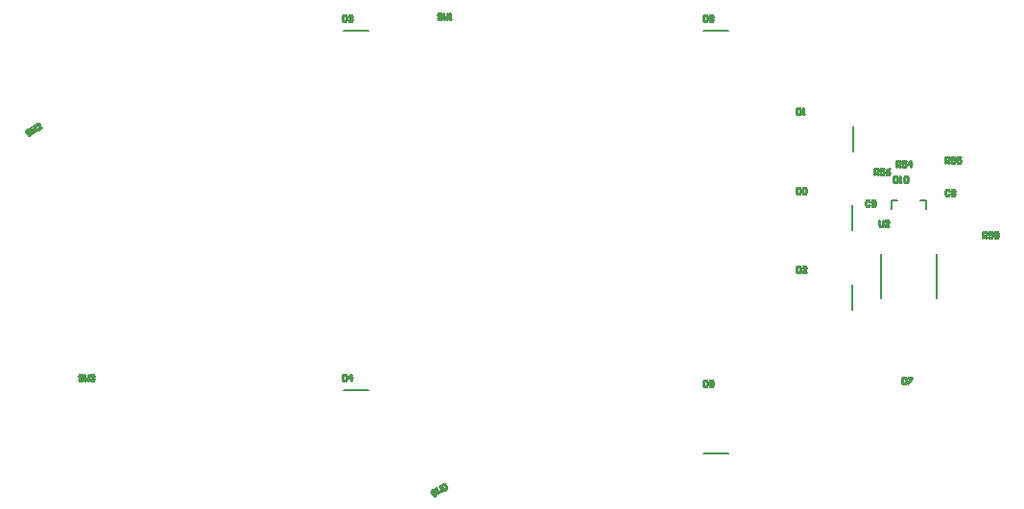
<source format=gto>
G04*
G04 #@! TF.GenerationSoftware,Altium Limited,Altium Designer,19.0.14 (431)*
G04*
G04 Layer_Color=65535*
%FSLAX25Y25*%
%MOIN*%
G70*
G01*
G75*
%ADD10C,0.00591*%
%ADD11C,0.01000*%
D10*
X174146Y16323D02*
Y31677D01*
X154854Y16323D02*
Y31677D01*
X170602Y47500D02*
Y50315D01*
X168437D02*
X170602D01*
X158398D02*
X160563D01*
X158398Y47500D02*
Y50315D01*
X93195Y-37696D02*
X101857D01*
X93144Y109379D02*
X101805D01*
X144930Y12522D02*
Y21183D01*
X145087Y67437D02*
Y76099D01*
X144936Y39915D02*
Y48577D01*
X-31892Y-15668D02*
X-23230D01*
X-31896Y109400D02*
X-23235D01*
D11*
X-141065Y75094D02*
X-141520Y75216D01*
X-142097Y74882D01*
X-142219Y74427D01*
X-142053Y74139D01*
X-141597Y74017D01*
X-141020Y74350D01*
X-140565Y74228D01*
X-140399Y73939D01*
X-140521Y73484D01*
X-141098Y73151D01*
X-141553Y73273D01*
X-140654Y75715D02*
X-139655Y73984D01*
X-139411Y74894D01*
X-138500Y74650D01*
X-139500Y76382D01*
X-136769Y75650D02*
X-137923Y74984D01*
X-137435Y76804D01*
X-137602Y77093D01*
X-138057Y77215D01*
X-138634Y76882D01*
X-138756Y76427D01*
X190100Y37400D02*
Y39399D01*
X191100D01*
X191433Y39066D01*
Y38400D01*
X191100Y38066D01*
X190100D01*
X190767D02*
X191433Y37400D01*
X193432Y39399D02*
X192099D01*
Y38400D01*
X192766Y38733D01*
X193099D01*
X193432Y38400D01*
Y37733D01*
X193099Y37400D01*
X192433D01*
X192099Y37733D01*
X194099D02*
X194432Y37400D01*
X195098D01*
X195432Y37733D01*
Y39066D01*
X195098Y39399D01*
X194432D01*
X194099Y39066D01*
Y38733D01*
X194432Y38400D01*
X195432D01*
X-240Y-50290D02*
X-695Y-50168D01*
X-1272Y-50501D01*
X-1394Y-50956D01*
X-1227Y-51245D01*
X-772Y-51367D01*
X-195Y-51033D01*
X260Y-51155D01*
X427Y-51444D01*
X305Y-51899D01*
X-272Y-52232D01*
X-728Y-52110D01*
X171Y-49668D02*
X1171Y-51399D01*
X1414Y-50489D01*
X2325Y-50733D01*
X1325Y-49001D01*
X2069Y-48957D02*
X2191Y-48502D01*
X2768Y-48168D01*
X3223Y-48290D01*
X3890Y-49445D01*
X3768Y-49900D01*
X3191Y-50233D01*
X2736Y-50111D01*
X2069Y-48957D01*
X152600Y59400D02*
Y61399D01*
X153600D01*
X153933Y61066D01*
Y60400D01*
X153600Y60066D01*
X152600D01*
X153267D02*
X153933Y59400D01*
X155932Y61399D02*
X154599D01*
Y60400D01*
X155266Y60733D01*
X155599D01*
X155932Y60400D01*
Y59733D01*
X155599Y59400D01*
X154933D01*
X154599Y59733D01*
X157932Y61399D02*
X157265Y61066D01*
X156599Y60400D01*
Y59733D01*
X156932Y59400D01*
X157598D01*
X157932Y59733D01*
Y60066D01*
X157598Y60400D01*
X156599D01*
X177100Y63400D02*
Y65399D01*
X178100D01*
X178433Y65066D01*
Y64400D01*
X178100Y64066D01*
X177100D01*
X177767D02*
X178433Y63400D01*
X180432Y65399D02*
X179099D01*
Y64400D01*
X179766Y64733D01*
X180099D01*
X180432Y64400D01*
Y63733D01*
X180099Y63400D01*
X179433D01*
X179099Y63733D01*
X182432Y65399D02*
X181099D01*
Y64400D01*
X181765Y64733D01*
X182098D01*
X182432Y64400D01*
Y63733D01*
X182098Y63400D01*
X181432D01*
X181099Y63733D01*
X160147Y61900D02*
Y63899D01*
X161147D01*
X161480Y63566D01*
Y62900D01*
X161147Y62566D01*
X160147D01*
X160814D02*
X161480Y61900D01*
X163479Y63899D02*
X162147D01*
Y62900D01*
X162813Y63233D01*
X163146D01*
X163479Y62900D01*
Y62233D01*
X163146Y61900D01*
X162480D01*
X162147Y62233D01*
X165146Y61900D02*
Y63899D01*
X164146Y62900D01*
X165479D01*
X159100Y58599D02*
Y56600D01*
X160100D01*
X160433Y56933D01*
Y58266D01*
X160100Y58599D01*
X159100D01*
X161099Y56600D02*
X161766D01*
X161433D01*
Y58599D01*
X161099Y58266D01*
X162766D02*
X163099Y58599D01*
X163765D01*
X164098Y58266D01*
Y56933D01*
X163765Y56600D01*
X163099D01*
X162766Y56933D01*
Y58266D01*
X150933Y50066D02*
X150600Y50399D01*
X149933D01*
X149600Y50066D01*
Y48733D01*
X149933Y48400D01*
X150600D01*
X150933Y48733D01*
X151599D02*
X151933Y48400D01*
X152599D01*
X152932Y48733D01*
Y50066D01*
X152599Y50399D01*
X151933D01*
X151599Y50066D01*
Y49733D01*
X151933Y49400D01*
X152932D01*
X178433Y53566D02*
X178100Y53899D01*
X177433D01*
X177100Y53566D01*
Y52233D01*
X177433Y51900D01*
X178100D01*
X178433Y52233D01*
X179099Y53566D02*
X179433Y53899D01*
X180099D01*
X180432Y53566D01*
Y53233D01*
X180099Y52900D01*
X180432Y52566D01*
Y52233D01*
X180099Y51900D01*
X179433D01*
X179099Y52233D01*
Y52566D01*
X179433Y52900D01*
X179099Y53233D01*
Y53566D01*
X179433Y52900D02*
X180099D01*
X93044Y-12170D02*
Y-14170D01*
X94044D01*
X94377Y-13836D01*
Y-12504D01*
X94044Y-12170D01*
X93044D01*
X95043Y-13836D02*
X95377Y-14170D01*
X96043D01*
X96376Y-13836D01*
Y-12504D01*
X96043Y-12170D01*
X95377D01*
X95043Y-12504D01*
Y-12837D01*
X95377Y-13170D01*
X96376D01*
X92994Y114641D02*
Y112642D01*
X93994D01*
X94327Y112975D01*
Y114308D01*
X93994Y114641D01*
X92994D01*
X94993Y114308D02*
X95326Y114641D01*
X95993D01*
X96326Y114308D01*
Y113974D01*
X95993Y113641D01*
X96326Y113308D01*
Y112975D01*
X95993Y112642D01*
X95326D01*
X94993Y112975D01*
Y113308D01*
X95326Y113641D01*
X94993Y113974D01*
Y114308D01*
X95326Y113641D02*
X95993D01*
X-32061Y-10393D02*
Y-12392D01*
X-31061D01*
X-30728Y-12059D01*
Y-10726D01*
X-31061Y-10393D01*
X-32061D01*
X-29062Y-12392D02*
Y-10393D01*
X-30062Y-11392D01*
X-28729D01*
X-32066Y114676D02*
Y112677D01*
X-31066D01*
X-30733Y113010D01*
Y114343D01*
X-31066Y114676D01*
X-32066D01*
X-30066Y114343D02*
X-29733Y114676D01*
X-29067D01*
X-28733Y114343D01*
Y114010D01*
X-29067Y113676D01*
X-29400D01*
X-29067D01*
X-28733Y113343D01*
Y113010D01*
X-29067Y112677D01*
X-29733D01*
X-30066Y113010D01*
X125407Y27352D02*
Y25353D01*
X126406D01*
X126740Y25686D01*
Y27019D01*
X126406Y27352D01*
X125407D01*
X128739Y25353D02*
X127406D01*
X128739Y26686D01*
Y27019D01*
X128406Y27352D01*
X127739D01*
X127406Y27019D01*
X125565Y82267D02*
Y80268D01*
X126565D01*
X126898Y80601D01*
Y81934D01*
X126565Y82267D01*
X125565D01*
X127565Y80268D02*
X128231D01*
X127898D01*
Y82267D01*
X127565Y81934D01*
X125415Y54745D02*
Y52746D01*
X126414D01*
X126748Y53079D01*
Y54412D01*
X126414Y54745D01*
X125415D01*
X127414Y54412D02*
X127747Y54745D01*
X128414D01*
X128747Y54412D01*
Y53079D01*
X128414Y52746D01*
X127747D01*
X127414Y53079D01*
Y54412D01*
X154000Y43499D02*
Y41833D01*
X154333Y41500D01*
X155000D01*
X155333Y41833D01*
Y43499D01*
X157332Y41500D02*
X155999D01*
X157332Y42833D01*
Y43166D01*
X156999Y43499D01*
X156333D01*
X155999Y43166D01*
X-122367Y-10480D02*
X-122700Y-10147D01*
X-123367D01*
X-123700Y-10480D01*
Y-10813D01*
X-123367Y-11146D01*
X-122700D01*
X-122367Y-11480D01*
Y-11813D01*
X-122700Y-12146D01*
X-123367D01*
X-123700Y-11813D01*
X-121701Y-10147D02*
Y-12146D01*
X-121034Y-11480D01*
X-120368Y-12146D01*
Y-10147D01*
X-119701Y-10480D02*
X-119368Y-10147D01*
X-118702D01*
X-118368Y-10480D01*
Y-10813D01*
X-118702Y-11146D01*
X-119035D01*
X-118702D01*
X-118368Y-11480D01*
Y-11813D01*
X-118702Y-12146D01*
X-119368D01*
X-119701Y-11813D01*
X2133Y115066D02*
X1800Y115399D01*
X1133D01*
X800Y115066D01*
Y114733D01*
X1133Y114400D01*
X1800D01*
X2133Y114067D01*
Y113733D01*
X1800Y113400D01*
X1133D01*
X800Y113733D01*
X2799Y115399D02*
Y113400D01*
X3466Y114067D01*
X4132Y113400D01*
Y115399D01*
X4799Y113400D02*
X5465D01*
X5132D01*
Y115399D01*
X4799Y115066D01*
X162035Y-11130D02*
Y-13130D01*
X163034D01*
X163368Y-12797D01*
Y-11464D01*
X163034Y-11130D01*
X162035D01*
X164034D02*
X165367D01*
Y-11464D01*
X164034Y-12797D01*
Y-13130D01*
M02*

</source>
